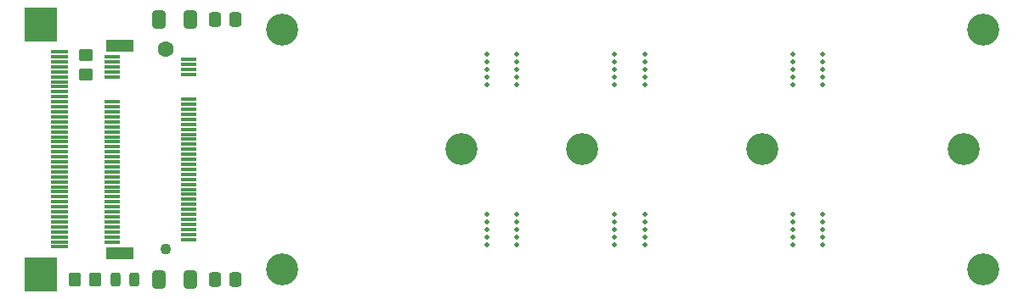
<source format=gbr>
%TF.GenerationSoftware,KiCad,Pcbnew,8.0.7*%
%TF.CreationDate,2025-04-01T17:50:48+03:00*%
%TF.ProjectId,RibbonExtentionCard,52696262-6f6e-4457-9874-656e74696f6e,rev?*%
%TF.SameCoordinates,Original*%
%TF.FileFunction,Soldermask,Top*%
%TF.FilePolarity,Negative*%
%FSLAX46Y46*%
G04 Gerber Fmt 4.6, Leading zero omitted, Abs format (unit mm)*
G04 Created by KiCad (PCBNEW 8.0.7) date 2025-04-01 17:50:48*
%MOMM*%
%LPD*%
G01*
G04 APERTURE LIST*
G04 Aperture macros list*
%AMRoundRect*
0 Rectangle with rounded corners*
0 $1 Rounding radius*
0 $2 $3 $4 $5 $6 $7 $8 $9 X,Y pos of 4 corners*
0 Add a 4 corners polygon primitive as box body*
4,1,4,$2,$3,$4,$5,$6,$7,$8,$9,$2,$3,0*
0 Add four circle primitives for the rounded corners*
1,1,$1+$1,$2,$3*
1,1,$1+$1,$4,$5*
1,1,$1+$1,$6,$7*
1,1,$1+$1,$8,$9*
0 Add four rect primitives between the rounded corners*
20,1,$1+$1,$2,$3,$4,$5,0*
20,1,$1+$1,$4,$5,$6,$7,0*
20,1,$1+$1,$6,$7,$8,$9,0*
20,1,$1+$1,$8,$9,$2,$3,0*%
G04 Aperture macros list end*
%ADD10C,3.200000*%
%ADD11RoundRect,0.250000X-0.337500X-0.475000X0.337500X-0.475000X0.337500X0.475000X-0.337500X0.475000X0*%
%ADD12RoundRect,0.243750X0.243750X0.456250X-0.243750X0.456250X-0.243750X-0.456250X0.243750X-0.456250X0*%
%ADD13RoundRect,0.250000X-0.450000X0.350000X-0.450000X-0.350000X0.450000X-0.350000X0.450000X0.350000X0*%
%ADD14C,0.500000*%
%ADD15RoundRect,0.250000X0.412500X0.650000X-0.412500X0.650000X-0.412500X-0.650000X0.412500X-0.650000X0*%
%ADD16RoundRect,0.250000X0.350000X0.450000X-0.350000X0.450000X-0.350000X-0.450000X0.350000X-0.450000X0*%
%ADD17R,1.800000X0.300000*%
%ADD18R,3.200000X3.500000*%
%ADD19C,1.100025*%
%ADD20C,1.600000*%
%ADD21R,1.550013X0.300000*%
%ADD22R,2.750013X1.200000*%
G04 APERTURE END LIST*
D10*
%TO.C,H8*%
X178000000Y-73000000D03*
%TD*%
D11*
%TO.C,C3*%
X103425000Y-60000000D03*
X105500000Y-60000000D03*
%TD*%
D10*
%TO.C,H2*%
X110100000Y-61000000D03*
%TD*%
D12*
%TO.C,D2*%
X95437500Y-86000000D03*
X93562500Y-86000000D03*
%TD*%
D13*
%TO.C,R2*%
X90600000Y-63550000D03*
X90600000Y-65550000D03*
%TD*%
D14*
%TO.C,mouse-bite-3mm-slot*%
X130500000Y-82512000D03*
X133500000Y-82512000D03*
X133500000Y-81762000D03*
X130500000Y-81750000D03*
X130500000Y-81000000D03*
X133500000Y-81000000D03*
X130500000Y-80250000D03*
X133500000Y-80250000D03*
X130500000Y-79476000D03*
X133500000Y-79476000D03*
%TD*%
D15*
%TO.C,C1*%
X101000000Y-60000000D03*
X97875000Y-60000000D03*
%TD*%
D10*
%TO.C,H1*%
X110100000Y-85000000D03*
%TD*%
D14*
%TO.C,mouse-bite-3mm-slot*%
X143250000Y-66512000D03*
X146250000Y-66512000D03*
X146250000Y-65762000D03*
X143250000Y-65750000D03*
X143250000Y-65000000D03*
X146250000Y-65000000D03*
X143250000Y-64250000D03*
X146250000Y-64250000D03*
X143250000Y-63476000D03*
X146250000Y-63476000D03*
%TD*%
D10*
%TO.C,H3*%
X128000000Y-73000000D03*
%TD*%
D14*
%TO.C,mouse-bite-3mm-slot*%
X143250000Y-82512000D03*
X146250000Y-82512000D03*
X146250000Y-81762000D03*
X143250000Y-81750000D03*
X143250000Y-81000000D03*
X146250000Y-81000000D03*
X143250000Y-80250000D03*
X146250000Y-80250000D03*
X143250000Y-79476000D03*
X146250000Y-79476000D03*
%TD*%
D10*
%TO.C,H6*%
X158000000Y-73000000D03*
%TD*%
%TO.C,H7*%
X180000000Y-61000000D03*
%TD*%
%TO.C,H4*%
X140000000Y-73000000D03*
%TD*%
D11*
%TO.C,C5*%
X103425000Y-86000000D03*
X105500000Y-86000000D03*
%TD*%
D15*
%TO.C,C6*%
X101000000Y-86000000D03*
X97875000Y-86000000D03*
%TD*%
D10*
%TO.C,H5*%
X180000000Y-85000000D03*
%TD*%
D14*
%TO.C,mouse-bite-3mm-slot*%
X161000000Y-66512000D03*
X164000000Y-66512000D03*
X164000000Y-65762000D03*
X161000000Y-65750000D03*
X161000000Y-65000000D03*
X164000000Y-65000000D03*
X161000000Y-64250000D03*
X164000000Y-64250000D03*
X161000000Y-63476000D03*
X164000000Y-63476000D03*
%TD*%
D16*
%TO.C,R3*%
X91500000Y-86000000D03*
X89500000Y-86000000D03*
%TD*%
D14*
%TO.C,mouse-bite-3mm-slot*%
X161000000Y-82512000D03*
X164000000Y-82512000D03*
X164000000Y-81762000D03*
X161000000Y-81750000D03*
X161000000Y-81000000D03*
X164000000Y-81000000D03*
X161000000Y-80250000D03*
X164000000Y-80250000D03*
X161000000Y-79476000D03*
X164000000Y-79476000D03*
%TD*%
D17*
%TO.C,U1*%
X87949962Y-82750064D03*
X87949962Y-82249936D03*
X87949962Y-81750064D03*
X87949962Y-81249936D03*
X87949962Y-80750064D03*
X87949962Y-80249936D03*
X87949962Y-79750064D03*
X87949962Y-79249936D03*
X87949962Y-78750064D03*
X87949962Y-78249936D03*
X87949962Y-77750064D03*
X87949962Y-77249936D03*
X87949962Y-76750064D03*
X87949962Y-76249936D03*
X87949962Y-75750064D03*
X87949962Y-75249936D03*
X87949962Y-74750064D03*
X87949962Y-74249936D03*
X87949962Y-73750064D03*
X87949962Y-73249936D03*
X87949962Y-72750064D03*
X87949962Y-72249936D03*
X87949962Y-71750064D03*
X87949962Y-71249936D03*
X87949962Y-70750064D03*
X87949962Y-70249936D03*
X87949962Y-69750064D03*
X87949962Y-69249936D03*
X87949962Y-68750064D03*
X87949962Y-68249936D03*
X87949962Y-67750064D03*
X87949962Y-67249936D03*
X87949962Y-66750064D03*
X87949962Y-66249936D03*
X87949962Y-65750064D03*
X87949962Y-65249936D03*
X87949962Y-64750064D03*
X87949962Y-64249936D03*
X87949962Y-63750064D03*
X87949962Y-63249936D03*
D18*
X86050038Y-60500000D03*
X86050038Y-85500000D03*
%TD*%
D19*
%TO.C,CON1*%
X98500127Y-83000000D03*
D20*
X98500127Y-63000000D03*
D21*
X93225044Y-82249936D03*
X100774956Y-82000000D03*
X93225044Y-81750064D03*
X100774956Y-81499873D03*
X93225044Y-81249936D03*
X100774956Y-81000000D03*
X93225044Y-80750064D03*
X100774956Y-80499873D03*
X93225044Y-80249936D03*
X100774956Y-80000000D03*
X93225044Y-79750064D03*
X100774956Y-79499873D03*
X93225044Y-79249936D03*
X100774956Y-79000000D03*
X93225044Y-78750064D03*
X100774956Y-78499873D03*
X93225044Y-78249936D03*
X100774956Y-78000000D03*
X93225044Y-77750064D03*
X100774956Y-77499873D03*
X93225044Y-77249936D03*
X100774956Y-77000000D03*
X93225044Y-76750064D03*
X100774956Y-76499873D03*
X93225044Y-76249936D03*
X100774956Y-76000000D03*
X93225044Y-75750064D03*
X100774956Y-75499873D03*
X93225044Y-75249936D03*
X100774956Y-75000000D03*
X93225044Y-74750064D03*
X100774956Y-74499873D03*
X93225044Y-74249936D03*
X100774956Y-74000000D03*
X93225044Y-73750064D03*
X100774956Y-73499873D03*
X93225044Y-73249936D03*
X100774956Y-73000000D03*
X93225044Y-72750064D03*
X100774956Y-72499873D03*
X93225044Y-72249936D03*
X100774956Y-72000000D03*
X93225044Y-71750064D03*
X100774956Y-71499873D03*
X93225044Y-71249936D03*
X100774956Y-71000000D03*
X93225044Y-70750064D03*
X100774956Y-70499873D03*
X93225044Y-70249936D03*
X100774956Y-70000000D03*
X93225044Y-69750064D03*
X100774956Y-69499873D03*
X93225044Y-69249936D03*
X100774956Y-69000000D03*
X93225044Y-68750064D03*
X100774956Y-68499873D03*
X93225044Y-68249936D03*
X100774956Y-68000000D03*
X93225044Y-65750064D03*
X100774956Y-65499873D03*
X93225044Y-65249936D03*
X100774956Y-65000000D03*
X93225044Y-64750064D03*
X100774956Y-64499873D03*
X93225044Y-64249936D03*
X100774956Y-64000000D03*
X93225044Y-63750064D03*
D22*
X94000000Y-83350013D03*
X94000000Y-62649987D03*
%TD*%
D14*
%TO.C,mouse-bite-3mm-slot*%
X130500000Y-66512000D03*
X133500000Y-66512000D03*
X133500000Y-65762000D03*
X130500000Y-65750000D03*
X130500000Y-65000000D03*
X133500000Y-65000000D03*
X130500000Y-64250000D03*
X133500000Y-64250000D03*
X130500000Y-63476000D03*
X133500000Y-63476000D03*
%TD*%
M02*

</source>
